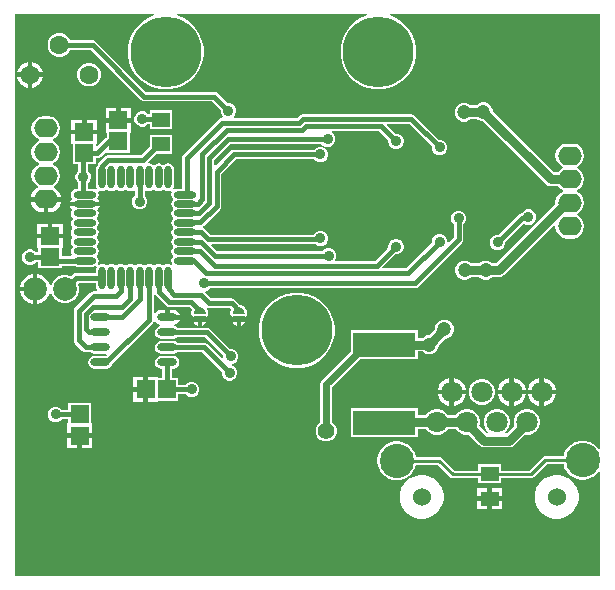
<source format=gbl>
G04*
G04 #@! TF.GenerationSoftware,Altium Limited,Altium Designer,21.4.1 (30)*
G04*
G04 Layer_Physical_Order=2*
G04 Layer_Color=16711680*
%FSLAX24Y24*%
%MOIN*%
G70*
G04*
G04 #@! TF.SameCoordinates,E320E570-2092-40B9-98FA-40774E7A4B3A*
G04*
G04*
G04 #@! TF.FilePolarity,Positive*
G04*
G01*
G75*
%ADD10C,0.0100*%
%ADD12C,0.0236*%
%ADD34C,0.0709*%
%ADD36C,0.0551*%
%ADD37C,0.0630*%
%ADD38R,0.0591X0.0613*%
%ADD41R,0.0594X0.0475*%
%ADD44R,0.0613X0.0591*%
%ADD51C,0.0295*%
%ADD52C,0.0157*%
%ADD53O,0.0787X0.0630*%
%ADD54C,0.0787*%
%ADD55C,0.2362*%
%ADD56C,0.0600*%
%ADD57C,0.1142*%
%ADD58C,0.0354*%
%ADD59C,0.0472*%
%ADD60C,0.0197*%
%ADD61R,0.2087X0.0787*%
%ADD62O,0.0650X0.0256*%
%ADD63O,0.0768X0.0236*%
%ADD64O,0.0236X0.0768*%
G36*
X23067Y11561D02*
X23018Y11548D01*
X23000Y11580D01*
X22879Y11701D01*
X22731Y11786D01*
X22566Y11831D01*
X22395D01*
X22230Y11786D01*
X22081Y11701D01*
X21960Y11580D01*
X21875Y11432D01*
X21843Y11312D01*
X21222D01*
X21172Y11302D01*
X21130Y11274D01*
X20696Y10841D01*
X19757D01*
Y11045D01*
X19005D01*
Y10841D01*
X18202D01*
X17789Y11254D01*
X17746Y11283D01*
X17696Y11293D01*
X16919D01*
X16887Y11412D01*
X16801Y11560D01*
X16680Y11681D01*
X16532Y11767D01*
X16367Y11811D01*
X16196D01*
X16031Y11767D01*
X15883Y11681D01*
X15762Y11560D01*
X15676Y11412D01*
X15632Y11247D01*
Y11076D01*
X15676Y10911D01*
X15762Y10763D01*
X15883Y10642D01*
X16031Y10556D01*
X16196Y10512D01*
X16367D01*
X16532Y10556D01*
X16680Y10642D01*
X16801Y10763D01*
X16887Y10911D01*
X16919Y11030D01*
X17642D01*
X18055Y10617D01*
X18098Y10588D01*
X18148Y10578D01*
X19005D01*
Y10412D01*
X19757D01*
Y10578D01*
X20751D01*
X20801Y10588D01*
X20843Y10617D01*
X21277Y11050D01*
X21843D01*
X21875Y10930D01*
X21960Y10782D01*
X22081Y10661D01*
X22230Y10576D01*
X22395Y10532D01*
X22566D01*
X22731Y10576D01*
X22879Y10661D01*
X23000Y10782D01*
X23018Y10814D01*
X23067Y10801D01*
Y7327D01*
X3547D01*
Y26059D01*
X8192D01*
X8202Y26009D01*
X7986Y25920D01*
X7780Y25782D01*
X7604Y25606D01*
X7466Y25400D01*
X7371Y25171D01*
X7323Y24927D01*
Y24679D01*
X7371Y24436D01*
X7466Y24206D01*
X7604Y24000D01*
X7780Y23825D01*
X7986Y23687D01*
X8215Y23592D01*
X8459Y23543D01*
X8707D01*
X8950Y23592D01*
X9179Y23687D01*
X9386Y23825D01*
X9561Y24000D01*
X9699Y24206D01*
X9794Y24436D01*
X9843Y24679D01*
Y24927D01*
X9794Y25171D01*
X9699Y25400D01*
X9561Y25606D01*
X9386Y25782D01*
X9179Y25920D01*
X8964Y26009D01*
X8974Y26059D01*
X15278D01*
X15288Y26009D01*
X15073Y25920D01*
X14866Y25782D01*
X14691Y25606D01*
X14553Y25400D01*
X14458Y25171D01*
X14409Y24927D01*
Y24679D01*
X14458Y24436D01*
X14553Y24206D01*
X14691Y24000D01*
X14866Y23825D01*
X15073Y23687D01*
X15302Y23592D01*
X15545Y23543D01*
X15793D01*
X16037Y23592D01*
X16266Y23687D01*
X16472Y23825D01*
X16648Y24000D01*
X16786Y24206D01*
X16881Y24436D01*
X16929Y24679D01*
Y24927D01*
X16881Y25171D01*
X16786Y25400D01*
X16648Y25606D01*
X16472Y25782D01*
X16266Y25920D01*
X16050Y26009D01*
X16060Y26059D01*
X23067D01*
Y11561D01*
D02*
G37*
%LPC*%
G36*
X4134Y24463D02*
Y24114D01*
X4482D01*
X4459Y24203D01*
X4402Y24301D01*
X4321Y24382D01*
X4222Y24439D01*
X4134Y24463D01*
D02*
G37*
G36*
X3976D02*
X3888Y24439D01*
X3789Y24382D01*
X3709Y24301D01*
X3652Y24203D01*
X3628Y24114D01*
X3976D01*
Y24463D01*
D02*
G37*
G36*
X6102Y24429D02*
X5945D01*
X5801Y24369D01*
X5690Y24258D01*
X5630Y24114D01*
Y23957D01*
X5690Y23812D01*
X5801Y23702D01*
X5945Y23642D01*
X6102D01*
X6247Y23702D01*
X6357Y23812D01*
X6417Y23957D01*
Y24114D01*
X6357Y24258D01*
X6247Y24369D01*
X6102Y24429D01*
D02*
G37*
G36*
X4482Y23957D02*
X4134D01*
Y23608D01*
X4222Y23632D01*
X4321Y23689D01*
X4402Y23770D01*
X4459Y23868D01*
X4482Y23957D01*
D02*
G37*
G36*
X3976D02*
X3628D01*
X3652Y23868D01*
X3709Y23770D01*
X3789Y23689D01*
X3888Y23632D01*
X3976Y23608D01*
Y23957D01*
D02*
G37*
G36*
X19236Y23110D02*
X19111D01*
X18995Y23062D01*
X18949Y23016D01*
X18728D01*
X18702Y23043D01*
X18586Y23091D01*
X18461D01*
X18345Y23043D01*
X18257Y22954D01*
X18209Y22838D01*
Y22713D01*
X18257Y22597D01*
X18345Y22509D01*
X18461Y22461D01*
X18586D01*
X18702Y22509D01*
X18748Y22555D01*
X18968D01*
X18995Y22528D01*
X19111Y22480D01*
X19162D01*
X21254Y20388D01*
X21329Y20338D01*
X21417Y20320D01*
X21649D01*
X21685Y20267D01*
X21809Y20184D01*
X21812Y20157D01*
X21809Y20131D01*
X21685Y20048D01*
X21598Y19917D01*
X21567Y19764D01*
X21573Y19734D01*
X19589Y17751D01*
X19467D01*
X19430Y17787D01*
X19315Y17835D01*
X19189D01*
X19074Y17787D01*
X19037Y17751D01*
X18758D01*
X18722Y17787D01*
X18606Y17835D01*
X18481D01*
X18365Y17787D01*
X18276Y17698D01*
X18228Y17582D01*
Y17457D01*
X18276Y17341D01*
X18365Y17253D01*
X18481Y17205D01*
X18606D01*
X18722Y17253D01*
X18758Y17289D01*
X19037D01*
X19074Y17253D01*
X19189Y17205D01*
X19315D01*
X19430Y17253D01*
X19467Y17289D01*
X19685D01*
X19773Y17306D01*
X19848Y17356D01*
X21531Y19039D01*
X21575Y19015D01*
X21567Y18976D01*
X21598Y18823D01*
X21685Y18693D01*
X21815Y18606D01*
X21969Y18575D01*
X22126D01*
X22280Y18606D01*
X22410Y18693D01*
X22497Y18823D01*
X22527Y18976D01*
X22497Y19130D01*
X22410Y19260D01*
X22286Y19343D01*
X22282Y19370D01*
X22286Y19397D01*
X22410Y19480D01*
X22497Y19610D01*
X22527Y19764D01*
X22497Y19917D01*
X22410Y20048D01*
X22286Y20131D01*
X22282Y20157D01*
X22286Y20184D01*
X22410Y20267D01*
X22497Y20398D01*
X22527Y20551D01*
X22497Y20705D01*
X22410Y20835D01*
X22286Y20918D01*
X22282Y20945D01*
X22286Y20972D01*
X22410Y21055D01*
X22497Y21185D01*
X22527Y21339D01*
X22497Y21492D01*
X22410Y21622D01*
X22280Y21709D01*
X22126Y21740D01*
X21969D01*
X21815Y21709D01*
X21685Y21622D01*
X21598Y21492D01*
X21567Y21339D01*
X21598Y21185D01*
X21685Y21055D01*
X21809Y20972D01*
X21812Y20945D01*
X21809Y20918D01*
X21685Y20835D01*
X21649Y20782D01*
X21513D01*
X19488Y22807D01*
Y22858D01*
X19440Y22974D01*
X19352Y23062D01*
X19236Y23110D01*
D02*
G37*
G36*
X8801Y22856D02*
X8050D01*
Y22720D01*
X7997D01*
X7940Y22776D01*
X7846Y22815D01*
X7744D01*
X7650Y22776D01*
X7578Y22704D01*
X7539Y22610D01*
Y22508D01*
X7578Y22414D01*
X7650Y22342D01*
X7744Y22303D01*
X7846D01*
X7940Y22342D01*
X7997Y22398D01*
X8050D01*
Y22223D01*
X8801D01*
Y22856D01*
D02*
G37*
G36*
X7432Y22933D02*
X7087D01*
Y22599D01*
X7432D01*
Y22933D01*
D02*
G37*
G36*
X6929D02*
X6583D01*
Y22599D01*
X6929D01*
Y22933D01*
D02*
G37*
G36*
X6291Y22540D02*
X5945D01*
Y22205D01*
X6291D01*
Y22540D01*
D02*
G37*
G36*
X5787D02*
X5442D01*
Y22205D01*
X5787D01*
Y22540D01*
D02*
G37*
G36*
X5118Y25413D02*
X4961D01*
X4816Y25353D01*
X4706Y25243D01*
X4646Y25098D01*
Y24941D01*
X4706Y24797D01*
X4816Y24686D01*
X4961Y24626D01*
X5118D01*
X5262Y24686D01*
X5373Y24797D01*
X5399Y24859D01*
X6095D01*
X7760Y23194D01*
X7760Y23194D01*
X7813Y23159D01*
X7874Y23147D01*
X10130D01*
X10413Y22863D01*
Y22784D01*
X10452Y22690D01*
X10491Y22651D01*
X10475Y22607D01*
X10470Y22601D01*
X10411Y22589D01*
X10359Y22554D01*
X9176Y21371D01*
X9141Y21319D01*
X9129Y21258D01*
X9129Y21258D01*
Y20240D01*
X8967D01*
X8890Y20225D01*
X8869Y20211D01*
X8833Y20247D01*
X8847Y20268D01*
X8862Y20344D01*
Y20876D01*
X8847Y20953D01*
X8803Y21018D01*
X8738Y21061D01*
X8661Y21077D01*
X8585Y21061D01*
X8540Y21031D01*
X8504Y21022D01*
X8468Y21031D01*
X8423Y21061D01*
X8346Y21077D01*
X8270Y21061D01*
X8225Y21031D01*
X8189Y21022D01*
X8153Y21031D01*
X8108Y21061D01*
X8031Y21077D01*
X8027Y21076D01*
X8003Y21122D01*
X8277Y21396D01*
X8801D01*
Y22029D01*
X8050D01*
Y21623D01*
X7768Y21342D01*
X6654D01*
X6592Y21329D01*
X6540Y21295D01*
X6540Y21295D01*
X6358Y21113D01*
X6323Y21061D01*
X6315Y21018D01*
X6315Y21018D01*
X6271Y20953D01*
X6256Y20876D01*
Y20344D01*
X6271Y20268D01*
X6285Y20247D01*
X6249Y20211D01*
X6228Y20225D01*
X6152Y20240D01*
X5987D01*
Y20429D01*
X6044Y20485D01*
X6083Y20579D01*
Y20681D01*
X6044Y20775D01*
X5987Y20831D01*
Y21043D01*
X6251D01*
Y21257D01*
X6299D01*
X6299Y21257D01*
X6361Y21269D01*
X6413Y21304D01*
X6577Y21468D01*
X6623Y21449D01*
Y21437D01*
X7393D01*
Y22107D01*
X7432D01*
Y22441D01*
X7008D01*
X6583D01*
Y22107D01*
X6623D01*
Y21954D01*
X6579Y21925D01*
X6579Y21925D01*
X6297Y21643D01*
X6251Y21662D01*
Y21713D01*
X6291D01*
Y22048D01*
X5866D01*
X5442D01*
Y21713D01*
X5481D01*
Y21043D01*
X5666D01*
Y20831D01*
X5610Y20775D01*
X5571Y20681D01*
Y20579D01*
X5610Y20485D01*
X5666Y20429D01*
Y20240D01*
X5620D01*
X5543Y20225D01*
X5478Y20181D01*
X5435Y20116D01*
X5419Y20039D01*
X5435Y19963D01*
X5471Y19909D01*
X5450Y19895D01*
X5398Y19817D01*
X5395Y19803D01*
X5886D01*
X6377D01*
X6374Y19817D01*
X6322Y19895D01*
X6301Y19909D01*
X6337Y19963D01*
X6352Y20039D01*
X6337Y20116D01*
X6323Y20137D01*
X6359Y20173D01*
X6380Y20159D01*
X6457Y20144D01*
X6533Y20159D01*
X6579Y20189D01*
X6614Y20198D01*
X6650Y20189D01*
X6695Y20159D01*
X6772Y20144D01*
X6848Y20159D01*
X6894Y20189D01*
X6929Y20198D01*
X6965Y20189D01*
X7010Y20159D01*
X7087Y20144D01*
X7163Y20159D01*
X7208Y20189D01*
X7244Y20198D01*
X7280Y20189D01*
X7325Y20159D01*
X7402Y20144D01*
X7478Y20159D01*
X7506Y20177D01*
X7556Y20151D01*
Y20004D01*
X7500Y19948D01*
X7461Y19854D01*
Y19752D01*
X7500Y19658D01*
X7572Y19586D01*
X7666Y19547D01*
X7767D01*
X7861Y19586D01*
X7933Y19658D01*
X7972Y19752D01*
Y19854D01*
X7933Y19948D01*
X7877Y20004D01*
Y20151D01*
X7927Y20177D01*
X7955Y20159D01*
X8031Y20144D01*
X8108Y20159D01*
X8153Y20189D01*
X8189Y20198D01*
X8225Y20189D01*
X8270Y20159D01*
X8346Y20144D01*
X8423Y20159D01*
X8468Y20189D01*
X8504Y20198D01*
X8540Y20189D01*
X8585Y20159D01*
X8661Y20144D01*
X8738Y20159D01*
X8759Y20173D01*
X8795Y20137D01*
X8781Y20116D01*
X8766Y20039D01*
X8781Y19963D01*
X8811Y19918D01*
X8821Y19882D01*
X8811Y19846D01*
X8781Y19801D01*
X8766Y19724D01*
X8781Y19648D01*
X8811Y19603D01*
X8821Y19567D01*
X8811Y19531D01*
X8781Y19486D01*
X8766Y19409D01*
X8781Y19333D01*
X8811Y19288D01*
X8821Y19252D01*
X8811Y19216D01*
X8781Y19171D01*
X8766Y19094D01*
X8781Y19018D01*
X8811Y18973D01*
X8821Y18937D01*
X8811Y18901D01*
X8781Y18856D01*
X8766Y18780D01*
X8781Y18703D01*
X8811Y18658D01*
X8821Y18622D01*
X8811Y18586D01*
X8781Y18541D01*
X8766Y18465D01*
X8781Y18388D01*
X8811Y18343D01*
X8821Y18307D01*
X8811Y18271D01*
X8781Y18226D01*
X8766Y18150D01*
X8781Y18073D01*
X8811Y18028D01*
X8821Y17992D01*
X8811Y17957D01*
X8781Y17911D01*
X8766Y17835D01*
X8781Y17758D01*
X8795Y17737D01*
X8759Y17701D01*
X8738Y17715D01*
X8661Y17730D01*
X8585Y17715D01*
X8540Y17685D01*
X8504Y17676D01*
X8468Y17685D01*
X8423Y17715D01*
X8346Y17730D01*
X8270Y17715D01*
X8225Y17685D01*
X8189Y17676D01*
X8153Y17685D01*
X8108Y17715D01*
X8031Y17730D01*
X7955Y17715D01*
X7910Y17685D01*
X7874Y17676D01*
X7838Y17685D01*
X7793Y17715D01*
X7717Y17730D01*
X7640Y17715D01*
X7595Y17685D01*
X7559Y17676D01*
X7523Y17685D01*
X7478Y17715D01*
X7402Y17730D01*
X7325Y17715D01*
X7280Y17685D01*
X7244Y17676D01*
X7208Y17685D01*
X7163Y17715D01*
X7087Y17730D01*
X7010Y17715D01*
X6965Y17685D01*
X6929Y17676D01*
X6894Y17685D01*
X6848Y17715D01*
X6772Y17730D01*
X6695Y17715D01*
X6650Y17685D01*
X6614Y17676D01*
X6579Y17685D01*
X6533Y17715D01*
X6457Y17730D01*
X6380Y17715D01*
X6359Y17701D01*
X6323Y17737D01*
X6337Y17758D01*
X6352Y17835D01*
X6337Y17911D01*
X6307Y17957D01*
X6298Y17992D01*
X6307Y18028D01*
X6337Y18073D01*
X6352Y18150D01*
X6337Y18226D01*
X6294Y18292D01*
Y18323D01*
X6337Y18388D01*
X6352Y18465D01*
X6337Y18541D01*
X6307Y18586D01*
X6298Y18622D01*
X6307Y18658D01*
X6337Y18703D01*
X6352Y18780D01*
X6337Y18856D01*
X6307Y18901D01*
X6298Y18937D01*
X6307Y18973D01*
X6337Y19018D01*
X6352Y19094D01*
X6337Y19171D01*
X6294Y19236D01*
Y19268D01*
X6337Y19333D01*
X6352Y19409D01*
X6337Y19486D01*
X6301Y19540D01*
X6322Y19554D01*
X6374Y19632D01*
X6377Y19646D01*
X5886D01*
X5395D01*
X5398Y19632D01*
X5450Y19554D01*
X5471Y19540D01*
X5435Y19486D01*
X5419Y19409D01*
X5435Y19333D01*
X5478Y19268D01*
Y19236D01*
X5435Y19171D01*
X5419Y19094D01*
X5435Y19018D01*
X5465Y18973D01*
X5474Y18937D01*
X5465Y18901D01*
X5435Y18856D01*
X5419Y18780D01*
X5435Y18703D01*
X5465Y18658D01*
X5474Y18622D01*
X5465Y18586D01*
X5435Y18541D01*
X5419Y18465D01*
X5435Y18388D01*
X5478Y18323D01*
Y18292D01*
X5435Y18226D01*
X5419Y18150D01*
X5435Y18073D01*
X5453Y18045D01*
X5426Y17995D01*
X5109D01*
Y18248D01*
X5149D01*
Y18583D01*
X4724D01*
X4300D01*
Y18248D01*
X4339D01*
Y18113D01*
X4256D01*
X4200Y18170D01*
X4106Y18209D01*
X4004D01*
X3910Y18170D01*
X3838Y18098D01*
X3799Y18004D01*
Y17902D01*
X3838Y17808D01*
X3910Y17736D01*
X4004Y17697D01*
X4106D01*
X4200Y17736D01*
X4256Y17792D01*
X4339D01*
Y17578D01*
X5109D01*
Y17674D01*
X5506D01*
X5543Y17649D01*
X5620Y17634D01*
X6152D01*
X6228Y17649D01*
X6249Y17663D01*
X6285Y17627D01*
X6271Y17606D01*
X6256Y17530D01*
Y17424D01*
X5598D01*
X5598Y17424D01*
X5537Y17412D01*
X5485Y17377D01*
X5426Y17319D01*
X5407Y17330D01*
X5287Y17362D01*
X5162D01*
X5042Y17330D01*
X4934Y17268D01*
X4846Y17180D01*
X4784Y17072D01*
X4771Y17022D01*
X4719D01*
X4701Y17087D01*
X4634Y17204D01*
X4539Y17299D01*
X4422Y17367D01*
X4303Y17399D01*
Y16890D01*
Y16381D01*
X4422Y16413D01*
X4539Y16480D01*
X4634Y16576D01*
X4701Y16692D01*
X4719Y16758D01*
X4771D01*
X4784Y16707D01*
X4846Y16600D01*
X4934Y16512D01*
X5042Y16450D01*
X5162Y16417D01*
X5287D01*
X5407Y16450D01*
X5514Y16512D01*
X5602Y16600D01*
X5665Y16707D01*
X5697Y16828D01*
Y16952D01*
X5670Y17053D01*
X5694Y17095D01*
X5704Y17103D01*
X6256D01*
Y16998D01*
X6271Y16921D01*
X6308Y16866D01*
X6292Y16816D01*
X6181D01*
X6120Y16803D01*
X6068Y16769D01*
X6068Y16769D01*
X5575Y16276D01*
X5541Y16224D01*
X5528Y16163D01*
X5528Y16163D01*
Y15177D01*
X5528Y15177D01*
X5541Y15116D01*
X5575Y15064D01*
X5806Y14833D01*
X5806Y14833D01*
X5858Y14799D01*
X5919Y14786D01*
X6079D01*
X6130Y14752D01*
X6211Y14736D01*
X6596D01*
X6625Y14695D01*
X6588Y14658D01*
X6211D01*
X6130Y14642D01*
X6062Y14596D01*
X6016Y14527D01*
X6000Y14447D01*
X6016Y14366D01*
X6062Y14298D01*
X6130Y14252D01*
X6211Y14236D01*
X6604D01*
X6685Y14252D01*
X6753Y14298D01*
X6799Y14366D01*
X6811Y14426D01*
X8145Y15760D01*
X8145Y15760D01*
X8174Y15804D01*
X8210Y15811D01*
X8230Y15810D01*
X8258Y15769D01*
X8339Y15715D01*
X8403Y15702D01*
Y15651D01*
X8354Y15642D01*
X8286Y15596D01*
X8240Y15527D01*
X8224Y15447D01*
X8240Y15366D01*
X8286Y15298D01*
X8354Y15252D01*
X8435Y15236D01*
X8829D01*
X8909Y15252D01*
X8960Y15286D01*
X9880D01*
X10492Y14675D01*
Y14609D01*
X10450Y14585D01*
X10446Y14584D01*
X9970Y15060D01*
X9918Y15095D01*
X9856Y15107D01*
X9856Y15107D01*
X8960D01*
X8909Y15142D01*
X8829Y15158D01*
X8435D01*
X8354Y15142D01*
X8286Y15096D01*
X8240Y15028D01*
X8224Y14947D01*
X8240Y14866D01*
X8286Y14798D01*
X8354Y14752D01*
X8435Y14736D01*
X8829D01*
X8909Y14752D01*
X8960Y14786D01*
X9790D01*
X10453Y14123D01*
Y14044D01*
X10492Y13950D01*
X10564Y13878D01*
X10658Y13839D01*
X10760D01*
X10854Y13878D01*
X10926Y13950D01*
X10965Y14044D01*
Y14145D01*
X10926Y14239D01*
X10854Y14311D01*
X10785Y14340D01*
X10795Y14390D01*
X10799D01*
X10893Y14429D01*
X10965Y14501D01*
X11004Y14595D01*
Y14697D01*
X10965Y14791D01*
X10893Y14863D01*
X10799Y14902D01*
X10719D01*
X10060Y15560D01*
X10008Y15595D01*
X9947Y15607D01*
X9947Y15607D01*
X8960D01*
X8909Y15642D01*
X8860Y15651D01*
Y15702D01*
X8925Y15715D01*
X9006Y15769D01*
X9061Y15851D01*
X9064Y15868D01*
X8632D01*
Y15947D01*
X8553D01*
Y16198D01*
X8435D01*
X8339Y16179D01*
X8258Y16124D01*
X8242Y16101D01*
X8192Y16116D01*
Y16676D01*
X8242Y16691D01*
X8248Y16682D01*
X8587Y16343D01*
X8587Y16343D01*
X8639Y16308D01*
X8701Y16296D01*
X8701Y16296D01*
X9372D01*
X9460Y16209D01*
X9459Y16204D01*
X9456Y16200D01*
X9447Y16178D01*
X9447Y16173D01*
X9444Y16168D01*
X9438Y16145D01*
X9439Y16140D01*
X9436Y16136D01*
X9433Y16112D01*
X9434Y16107D01*
X9432Y16102D01*
X9431Y16078D01*
X9433Y16073D01*
X9432Y16068D01*
X9433Y16056D01*
X9446Y16031D01*
X9457Y16005D01*
X9462Y16003D01*
X9464Y15999D01*
X9484Y15993D01*
X9517Y15964D01*
X9517Y15972D01*
X9518Y15982D01*
X9518D01*
X9518Y15982D01*
Y15982D01*
X9911D01*
X9912Y15972D01*
X9912Y15955D01*
X9936D01*
X9962Y15998D01*
X9965Y15999D01*
X9967Y16003D01*
X9972Y16005D01*
X9983Y16031D01*
X9996Y16056D01*
X9997Y16068D01*
X9996Y16073D01*
X9998Y16078D01*
X9997Y16102D01*
X9995Y16107D01*
X9997Y16112D01*
X9993Y16136D01*
X9991Y16140D01*
X9991Y16145D01*
X9985Y16168D01*
X9982Y16173D01*
X9982Y16178D01*
X9973Y16200D01*
X9970Y16204D01*
X9969Y16209D01*
X9961Y16225D01*
X9973Y16247D01*
X9985Y16260D01*
X9994Y16266D01*
X10039Y16257D01*
X10711D01*
X10759Y16209D01*
X10759Y16204D01*
X10755Y16200D01*
X10746Y16178D01*
X10746Y16173D01*
X10743Y16168D01*
X10737Y16145D01*
X10738Y16140D01*
X10735Y16136D01*
X10732Y16112D01*
X10733Y16107D01*
X10731Y16102D01*
X10731Y16078D01*
X10732Y16073D01*
X10731Y16068D01*
X10732Y16056D01*
X10746Y16031D01*
X10757Y16005D01*
X10761Y16003D01*
X10763Y15999D01*
X10784Y15993D01*
X10816Y15964D01*
X10816Y15972D01*
X10817Y15982D01*
X10817D01*
X10817Y15982D01*
Y15982D01*
X11211D01*
X11212Y15972D01*
X11212Y15955D01*
X11235D01*
X11262Y15998D01*
X11265Y15999D01*
X11267Y16003D01*
X11271Y16005D01*
X11282Y16031D01*
X11295Y16056D01*
X11297Y16068D01*
X11295Y16073D01*
X11297Y16078D01*
X11297Y16102D01*
X11294Y16107D01*
X11296Y16112D01*
X11293Y16136D01*
X11290Y16140D01*
X11291Y16145D01*
X11285Y16168D01*
X11281Y16173D01*
X11281Y16178D01*
X11273Y16200D01*
X11269Y16204D01*
X11268Y16209D01*
X11257Y16230D01*
X11253Y16233D01*
X11252Y16239D01*
X11238Y16258D01*
X11234Y16261D01*
X11232Y16266D01*
X11216Y16283D01*
X11211Y16286D01*
X11209Y16291D01*
X11191Y16306D01*
X11186Y16308D01*
X11183Y16312D01*
X11163Y16326D01*
X11158Y16327D01*
X11154Y16331D01*
X11133Y16342D01*
X11128Y16342D01*
X11124Y16346D01*
X11102Y16354D01*
X11097Y16354D01*
X11092Y16357D01*
X11069Y16363D01*
X11064Y16362D01*
X11059Y16365D01*
X11057Y16365D01*
X10891Y16531D01*
X10839Y16566D01*
X10778Y16578D01*
X10778Y16578D01*
X10106D01*
X9903Y16781D01*
X9920Y16831D01*
X10014Y16870D01*
X10071Y16926D01*
X16890D01*
X16890Y16926D01*
X16951Y16938D01*
X17003Y16973D01*
X18460Y18430D01*
X18460Y18430D01*
X18495Y18482D01*
X18507Y18543D01*
X18507Y18543D01*
Y19051D01*
X18563Y19107D01*
X18602Y19201D01*
Y19303D01*
X18563Y19397D01*
X18491Y19469D01*
X18397Y19508D01*
X18296D01*
X18202Y19469D01*
X18130Y19397D01*
X18091Y19303D01*
Y19201D01*
X18130Y19107D01*
X18186Y19051D01*
Y18610D01*
X18022Y18446D01*
X17972Y18467D01*
Y18515D01*
X17933Y18610D01*
X17861Y18682D01*
X17767Y18720D01*
X17666D01*
X17572Y18682D01*
X17500Y18610D01*
X17461Y18515D01*
Y18436D01*
X16607Y17582D01*
X15827D01*
X15808Y17628D01*
X16231Y18051D01*
X16311D01*
X16405Y18090D01*
X16477Y18162D01*
X16516Y18256D01*
Y18266D01*
X16514Y18268D01*
X16516Y18273D01*
Y18341D01*
X16503Y18390D01*
X16490Y18421D01*
X16465Y18464D01*
X16417Y18512D01*
X16373Y18537D01*
X16342Y18550D01*
X16294Y18563D01*
X16226D01*
X16177Y18550D01*
X16146Y18537D01*
X16103Y18512D01*
X16055Y18464D01*
X16030Y18421D01*
X16017Y18390D01*
X16004Y18341D01*
Y18278D01*
X15954Y18228D01*
X15544Y17818D01*
X14269D01*
X14241Y17868D01*
X14272Y17941D01*
Y18043D01*
X14233Y18137D01*
X14161Y18209D01*
X14067Y18248D01*
X13965D01*
X13871Y18209D01*
X13814Y18153D01*
X10282D01*
X10099Y18337D01*
X10118Y18383D01*
X13562D01*
X13562Y18383D01*
X13570Y18384D01*
X13576D01*
X13595Y18366D01*
X13689Y18327D01*
X13791D01*
X13885Y18366D01*
X13957Y18438D01*
X13996Y18532D01*
Y18634D01*
X13957Y18728D01*
X13885Y18800D01*
X13791Y18839D01*
X13689D01*
X13595Y18800D01*
X13523Y18728D01*
X13513Y18704D01*
X10065D01*
X9876Y18893D01*
X9829Y18924D01*
X9822Y18957D01*
X9820Y18972D01*
X9822Y18979D01*
X9846Y18996D01*
X10389Y19539D01*
X10389Y19539D01*
X10424Y19591D01*
X10436Y19652D01*
Y20733D01*
X10920Y21217D01*
X13539D01*
X13595Y21161D01*
X13689Y21122D01*
X13791D01*
X13885Y21161D01*
X13957Y21233D01*
X13996Y21327D01*
Y21429D01*
X13957Y21523D01*
X13885Y21595D01*
X13791Y21634D01*
X13689D01*
X13595Y21595D01*
X13539Y21539D01*
X10854D01*
X10854Y21539D01*
X10792Y21526D01*
X10740Y21491D01*
X10740Y21491D01*
X10246Y20997D01*
X10200Y21016D01*
Y21193D01*
X10738Y21731D01*
X13775D01*
X13831Y21675D01*
X13925Y21636D01*
X14027D01*
X14121Y21675D01*
X14193Y21747D01*
X14232Y21841D01*
Y21943D01*
X14193Y22037D01*
X14121Y22109D01*
X14113Y22112D01*
X14123Y22162D01*
X15682D01*
X16004Y21840D01*
Y21811D01*
Y21777D01*
X16017Y21729D01*
X16030Y21698D01*
X16055Y21654D01*
X16103Y21606D01*
X16146Y21581D01*
X16177Y21568D01*
X16226Y21555D01*
X16294D01*
X16342Y21568D01*
X16373Y21581D01*
X16417Y21606D01*
X16465Y21654D01*
X16490Y21698D01*
X16503Y21729D01*
X16516Y21777D01*
Y21862D01*
X16477Y21956D01*
X16405Y22028D01*
X16311Y22067D01*
X16231D01*
X15946Y22352D01*
X15965Y22398D01*
X16705D01*
X17461Y21643D01*
Y21563D01*
X17500Y21469D01*
X17572Y21397D01*
X17666Y21358D01*
X17767D01*
X17861Y21397D01*
X17933Y21469D01*
X17972Y21563D01*
Y21665D01*
X17933Y21759D01*
X17861Y21831D01*
X17767Y21870D01*
X17688D01*
X16885Y22673D01*
X16833Y22707D01*
X16772Y22720D01*
X16772Y22720D01*
X13150D01*
X13150Y22720D01*
X13089Y22707D01*
X13037Y22673D01*
X13037Y22673D01*
X12966Y22601D01*
X10869D01*
X10848Y22651D01*
X10886Y22690D01*
X10925Y22784D01*
Y22886D01*
X10886Y22980D01*
X10814Y23052D01*
X10720Y23091D01*
X10640D01*
X10310Y23421D01*
X10258Y23455D01*
X10197Y23468D01*
X10197Y23468D01*
X7941D01*
X6275Y25133D01*
X6223Y25168D01*
X6161Y25180D01*
X6161Y25180D01*
X5399D01*
X5373Y25243D01*
X5262Y25353D01*
X5118Y25413D01*
D02*
G37*
G36*
X4666Y22646D02*
X4509D01*
X4355Y22615D01*
X4225Y22528D01*
X4138Y22398D01*
X4107Y22244D01*
X4138Y22090D01*
X4225Y21960D01*
X4349Y21877D01*
X4352Y21850D01*
X4349Y21823D01*
X4225Y21741D01*
X4138Y21610D01*
X4107Y21457D01*
X4138Y21303D01*
X4225Y21173D01*
X4349Y21090D01*
X4352Y21063D01*
X4349Y21036D01*
X4225Y20953D01*
X4138Y20823D01*
X4107Y20669D01*
X4138Y20516D01*
X4225Y20385D01*
X4316Y20325D01*
X4310Y20268D01*
X4290Y20260D01*
X4200Y20191D01*
X4130Y20100D01*
X4087Y19995D01*
X4082Y19961D01*
X4587D01*
X5093D01*
X5088Y19995D01*
X5044Y20100D01*
X4975Y20191D01*
X4885Y20260D01*
X4865Y20268D01*
X4859Y20325D01*
X4950Y20385D01*
X5037Y20516D01*
X5068Y20669D01*
X5037Y20823D01*
X4950Y20953D01*
X4826Y21036D01*
X4823Y21063D01*
X4826Y21090D01*
X4950Y21173D01*
X5037Y21303D01*
X5068Y21457D01*
X5037Y21610D01*
X4950Y21741D01*
X4826Y21823D01*
X4823Y21850D01*
X4826Y21877D01*
X4950Y21960D01*
X5037Y22090D01*
X5068Y22244D01*
X5037Y22398D01*
X4950Y22528D01*
X4820Y22615D01*
X4666Y22646D01*
D02*
G37*
G36*
X5093Y19803D02*
X4666D01*
Y19445D01*
X4779Y19460D01*
X4885Y19504D01*
X4975Y19573D01*
X5044Y19663D01*
X5088Y19769D01*
X5093Y19803D01*
D02*
G37*
G36*
X4509D02*
X4082D01*
X4087Y19769D01*
X4130Y19663D01*
X4200Y19573D01*
X4290Y19504D01*
X4396Y19460D01*
X4509Y19445D01*
X4509D01*
Y19803D01*
D02*
G37*
G36*
X20720Y19547D02*
X20618D01*
X20524Y19508D01*
X20452Y19436D01*
X20442Y19412D01*
X20393Y19402D01*
X20341Y19367D01*
X20341Y19367D01*
X19675Y18701D01*
X19595D01*
X19501Y18662D01*
X19429Y18590D01*
X19390Y18496D01*
Y18394D01*
X19429Y18300D01*
X19501Y18228D01*
X19595Y18189D01*
X19697D01*
X19791Y18228D01*
X19863Y18300D01*
X19902Y18394D01*
Y18474D01*
X20513Y19085D01*
X20524Y19074D01*
X20618Y19035D01*
X20720D01*
X20814Y19074D01*
X20886Y19146D01*
X20925Y19240D01*
Y19342D01*
X20886Y19436D01*
X20814Y19508D01*
X20720Y19547D01*
D02*
G37*
G36*
X5149Y19075D02*
X4803D01*
Y18740D01*
X5149D01*
Y19075D01*
D02*
G37*
G36*
X4646D02*
X4300D01*
Y18740D01*
X4646D01*
Y19075D01*
D02*
G37*
G36*
X4146Y17399D02*
X4027Y17367D01*
X3910Y17299D01*
X3815Y17204D01*
X3747Y17087D01*
X3716Y16968D01*
X4146D01*
Y17399D01*
D02*
G37*
G36*
Y16811D02*
X3716D01*
X3747Y16692D01*
X3815Y16576D01*
X3910Y16480D01*
X4027Y16413D01*
X4146Y16381D01*
Y16811D01*
D02*
G37*
G36*
X8829Y16198D02*
X8711D01*
Y16026D01*
X9064D01*
X9061Y16043D01*
X9006Y16124D01*
X8925Y16179D01*
X8829Y16198D01*
D02*
G37*
G36*
X11225Y15797D02*
X11122D01*
X11121Y15797D01*
X11103Y15786D01*
X11102Y15786D01*
Y15674D01*
X11146Y15692D01*
X11207Y15753D01*
X11225Y15797D01*
D02*
G37*
G36*
X9926D02*
X9823D01*
X9822Y15797D01*
X9804Y15786D01*
X9803Y15786D01*
Y15674D01*
X9847Y15692D01*
X9908Y15753D01*
X9926Y15797D01*
D02*
G37*
G36*
X10906D02*
X10822D01*
X10840Y15753D01*
X10901Y15692D01*
X10945Y15674D01*
Y15778D01*
X10943Y15778D01*
X10924Y15786D01*
X10906Y15797D01*
X10906Y15797D01*
D02*
G37*
G36*
X9606D02*
X9523D01*
X9541Y15753D01*
X9602Y15692D01*
X9646Y15674D01*
Y15778D01*
X9644Y15778D01*
X9625Y15786D01*
X9607Y15797D01*
X9606Y15797D01*
D02*
G37*
G36*
X17937Y15866D02*
X17811D01*
X17696Y15818D01*
X17607Y15730D01*
X17559Y15614D01*
Y15563D01*
X17351Y15354D01*
X17300D01*
X17184Y15306D01*
X17148Y15270D01*
X16988D01*
Y15512D01*
X14744D01*
Y14811D01*
X13795Y13862D01*
X13752Y13797D01*
X13736Y13720D01*
Y12466D01*
X13736Y12466D01*
X13637Y12366D01*
X13583Y12236D01*
Y12095D01*
X13637Y11965D01*
X13736Y11865D01*
X13867Y11811D01*
X14007D01*
X14138Y11865D01*
X14237Y11965D01*
X14291Y12095D01*
Y12236D01*
X14237Y12366D01*
X14138Y12466D01*
X14138Y12466D01*
Y13637D01*
X15067Y14567D01*
X16988D01*
Y14809D01*
X17148D01*
X17184Y14772D01*
X17300Y14724D01*
X17425D01*
X17541Y14772D01*
X17629Y14861D01*
X17677Y14977D01*
Y15028D01*
X17885Y15236D01*
X17937D01*
X18052Y15284D01*
X18141Y15373D01*
X18189Y15489D01*
Y15614D01*
X18141Y15730D01*
X18052Y15818D01*
X17937Y15866D01*
D02*
G37*
G36*
X13077Y16772D02*
X12829D01*
X12585Y16723D01*
X12356Y16628D01*
X12150Y16490D01*
X11974Y16315D01*
X11836Y16109D01*
X11741Y15879D01*
X11693Y15636D01*
Y15388D01*
X11741Y15144D01*
X11836Y14915D01*
X11974Y14709D01*
X12150Y14533D01*
X12356Y14395D01*
X12585Y14300D01*
X12829Y14252D01*
X13077D01*
X13320Y14300D01*
X13550Y14395D01*
X13756Y14533D01*
X13931Y14709D01*
X14069Y14915D01*
X14164Y15144D01*
X14213Y15388D01*
Y15636D01*
X14164Y15879D01*
X14069Y16109D01*
X13931Y16315D01*
X13756Y16490D01*
X13550Y16628D01*
X13320Y16723D01*
X13077Y16772D01*
D02*
G37*
G36*
X8829Y14658D02*
X8435D01*
X8354Y14642D01*
X8286Y14596D01*
X8240Y14527D01*
X8224Y14447D01*
X8240Y14366D01*
X8286Y14298D01*
X8354Y14252D01*
X8435Y14236D01*
X8471D01*
Y13928D01*
X8326D01*
Y13968D01*
X7992D01*
Y13543D01*
Y13119D01*
X8326D01*
Y13158D01*
X8996D01*
Y13383D01*
X9247D01*
X9304Y13326D01*
X9398Y13287D01*
X9500D01*
X9594Y13326D01*
X9666Y13398D01*
X9705Y13492D01*
Y13594D01*
X9666Y13688D01*
X9594Y13760D01*
X9500Y13799D01*
X9398D01*
X9304Y13760D01*
X9247Y13704D01*
X8996D01*
Y13928D01*
X8792D01*
Y14236D01*
X8829D01*
X8909Y14252D01*
X8978Y14298D01*
X9023Y14366D01*
X9039Y14447D01*
X9023Y14527D01*
X8978Y14596D01*
X8909Y14642D01*
X8829Y14658D01*
D02*
G37*
G36*
X7834Y13968D02*
X7500D01*
Y13622D01*
X7834D01*
Y13968D01*
D02*
G37*
G36*
X18199Y13929D02*
Y13539D01*
X18588D01*
X18560Y13643D01*
X18498Y13751D01*
X18410Y13839D01*
X18302Y13901D01*
X18199Y13929D01*
D02*
G37*
G36*
X21199Y13929D02*
Y13539D01*
X21588D01*
X21560Y13643D01*
X21498Y13751D01*
X21410Y13839D01*
X21302Y13901D01*
X21199Y13929D01*
D02*
G37*
G36*
X21041D02*
X20938Y13901D01*
X20830Y13839D01*
X20742Y13751D01*
X20680Y13643D01*
X20652Y13539D01*
X21041D01*
Y13929D01*
D02*
G37*
G36*
X20199D02*
Y13539D01*
X20588D01*
X20560Y13643D01*
X20498Y13751D01*
X20410Y13839D01*
X20302Y13901D01*
X20199Y13929D01*
D02*
G37*
G36*
X20041D02*
X19938Y13901D01*
X19830Y13839D01*
X19742Y13751D01*
X19680Y13643D01*
X19652Y13539D01*
X20041D01*
Y13929D01*
D02*
G37*
G36*
X18041D02*
X17938Y13901D01*
X17830Y13839D01*
X17742Y13751D01*
X17680Y13643D01*
X17652Y13539D01*
X18041D01*
Y13929D01*
D02*
G37*
G36*
X7834Y13465D02*
X7500D01*
Y13119D01*
X7834D01*
Y13465D01*
D02*
G37*
G36*
X19177Y13894D02*
X19063D01*
X18953Y13864D01*
X18854Y13807D01*
X18774Y13727D01*
X18717Y13628D01*
X18687Y13518D01*
Y13404D01*
X18717Y13293D01*
X18774Y13195D01*
X18854Y13114D01*
X18953Y13057D01*
X19063Y13028D01*
X19177D01*
X19287Y13057D01*
X19386Y13114D01*
X19467Y13195D01*
X19524Y13293D01*
X19553Y13404D01*
Y13518D01*
X19524Y13628D01*
X19467Y13727D01*
X19386Y13807D01*
X19287Y13864D01*
X19177Y13894D01*
D02*
G37*
G36*
X18588Y13382D02*
X18199D01*
Y12993D01*
X18302Y13020D01*
X18410Y13083D01*
X18498Y13171D01*
X18560Y13278D01*
X18588Y13382D01*
D02*
G37*
G36*
X21588D02*
X21199D01*
Y12993D01*
X21302Y13020D01*
X21410Y13083D01*
X21498Y13171D01*
X21560Y13278D01*
X21588Y13382D01*
D02*
G37*
G36*
X21041D02*
X20652D01*
X20680Y13278D01*
X20742Y13171D01*
X20830Y13083D01*
X20938Y13020D01*
X21041Y12993D01*
Y13382D01*
D02*
G37*
G36*
X20588D02*
X20199D01*
Y12993D01*
X20302Y13020D01*
X20410Y13083D01*
X20498Y13171D01*
X20560Y13278D01*
X20588Y13382D01*
D02*
G37*
G36*
X20041D02*
X19652D01*
X19680Y13278D01*
X19742Y13171D01*
X19830Y13083D01*
X19938Y13020D01*
X20041Y12993D01*
Y13382D01*
D02*
G37*
G36*
X18041D02*
X17652D01*
X17680Y13278D01*
X17742Y13171D01*
X17830Y13083D01*
X17938Y13020D01*
X18041Y12993D01*
Y13382D01*
D02*
G37*
G36*
X6094Y13091D02*
X5324D01*
Y12873D01*
X5119D01*
X5062Y12930D01*
X4968Y12968D01*
X4866D01*
X4772Y12930D01*
X4700Y12858D01*
X4661Y12764D01*
Y12662D01*
X4700Y12568D01*
X4772Y12496D01*
X4866Y12457D01*
X4968D01*
X5062Y12496D01*
X5119Y12552D01*
X5324D01*
Y12421D01*
X5284D01*
Y12086D01*
X5709D01*
X6133D01*
Y12421D01*
X6094D01*
Y13091D01*
D02*
G37*
G36*
X16988Y12913D02*
X14744D01*
Y11968D01*
X16988D01*
Y12220D01*
X17259D01*
X17274Y12195D01*
X17354Y12114D01*
X17453Y12057D01*
X17563Y12028D01*
X17677D01*
X17787Y12057D01*
X17886Y12114D01*
X17967Y12195D01*
X17987Y12230D01*
X18253D01*
X18274Y12195D01*
X18354Y12114D01*
X18453Y12057D01*
X18563Y12028D01*
X18677D01*
X18685Y12030D01*
X19038Y11677D01*
X19112Y11627D01*
X19201Y11610D01*
X20039D01*
X20128Y11627D01*
X20203Y11677D01*
X20555Y12030D01*
X20563Y12028D01*
X20677D01*
X20787Y12057D01*
X20886Y12114D01*
X20967Y12195D01*
X21024Y12293D01*
X21053Y12404D01*
Y12518D01*
X21024Y12628D01*
X20967Y12727D01*
X20886Y12807D01*
X20787Y12864D01*
X20677Y12894D01*
X20563D01*
X20453Y12864D01*
X20354Y12807D01*
X20274Y12727D01*
X20217Y12628D01*
X20187Y12518D01*
Y12404D01*
X20206Y12333D01*
X19952Y12080D01*
X19923Y12084D01*
X19908Y12137D01*
X19967Y12195D01*
X20024Y12293D01*
X20053Y12404D01*
Y12518D01*
X20024Y12628D01*
X19967Y12727D01*
X19886Y12807D01*
X19787Y12864D01*
X19677Y12894D01*
X19563D01*
X19453Y12864D01*
X19354Y12807D01*
X19274Y12727D01*
X19217Y12628D01*
X19187Y12518D01*
Y12404D01*
X19217Y12293D01*
X19274Y12195D01*
X19332Y12137D01*
X19317Y12084D01*
X19288Y12080D01*
X19034Y12333D01*
X19053Y12404D01*
Y12518D01*
X19024Y12628D01*
X18967Y12727D01*
X18886Y12807D01*
X18787Y12864D01*
X18677Y12894D01*
X18563D01*
X18453Y12864D01*
X18354Y12807D01*
X18274Y12727D01*
X18253Y12691D01*
X17987D01*
X17967Y12727D01*
X17886Y12807D01*
X17787Y12864D01*
X17677Y12894D01*
X17563D01*
X17453Y12864D01*
X17354Y12807D01*
X17274Y12727D01*
X17248Y12682D01*
X16988D01*
Y12913D01*
D02*
G37*
G36*
X6133Y11929D02*
X5787D01*
Y11594D01*
X6133D01*
Y11929D01*
D02*
G37*
G36*
X5630D02*
X5284D01*
Y11594D01*
X5630D01*
Y11929D01*
D02*
G37*
G36*
X19796Y10257D02*
X19460D01*
Y9980D01*
X19796D01*
Y10257D01*
D02*
G37*
G36*
X19302D02*
X18966D01*
Y9980D01*
X19302D01*
Y10257D01*
D02*
G37*
G36*
X19796Y9822D02*
X19460D01*
Y9546D01*
X19796D01*
Y9822D01*
D02*
G37*
G36*
X19302D02*
X18966D01*
Y9546D01*
X19302D01*
Y9822D01*
D02*
G37*
G36*
X21716Y10689D02*
X21524D01*
X21339Y10639D01*
X21173Y10543D01*
X21037Y10408D01*
X20941Y10242D01*
X20892Y10057D01*
Y9865D01*
X20941Y9679D01*
X21037Y9513D01*
X21173Y9378D01*
X21339Y9282D01*
X21524Y9232D01*
X21716D01*
X21901Y9282D01*
X22067Y9378D01*
X22203Y9513D01*
X22299Y9679D01*
X22348Y9865D01*
Y10057D01*
X22299Y10242D01*
X22203Y10408D01*
X22067Y10543D01*
X21901Y10639D01*
X21716Y10689D01*
D02*
G37*
G36*
X17216D02*
X17024D01*
X16839Y10639D01*
X16673Y10543D01*
X16537Y10408D01*
X16441Y10242D01*
X16392Y10057D01*
Y9865D01*
X16441Y9679D01*
X16537Y9513D01*
X16673Y9378D01*
X16839Y9282D01*
X17024Y9232D01*
X17216D01*
X17401Y9282D01*
X17567Y9378D01*
X17703Y9513D01*
X17799Y9679D01*
X17848Y9865D01*
Y10057D01*
X17799Y10242D01*
X17703Y10408D01*
X17567Y10543D01*
X17401Y10639D01*
X17216Y10689D01*
D02*
G37*
%LPD*%
G36*
X11026Y16283D02*
X11049Y16280D01*
X11072Y16274D01*
X11094Y16266D01*
X11115Y16255D01*
X11135Y16242D01*
X11153Y16226D01*
X11168Y16209D01*
X11182Y16189D01*
X11193Y16169D01*
X11202Y16147D01*
X11208Y16124D01*
X11211Y16100D01*
X11212Y16077D01*
X11211Y16065D01*
X10817D01*
X10816Y16077D01*
X10816Y16100D01*
X10819Y16124D01*
X10825Y16147D01*
X10834Y16169D01*
X10845Y16189D01*
X10859Y16209D01*
X10875Y16226D01*
X10893Y16242D01*
X10912Y16255D01*
X10933Y16266D01*
X10955Y16274D01*
X10978Y16280D01*
X11002Y16283D01*
X11026Y16283D01*
D02*
G37*
G36*
X9726D02*
X9750Y16280D01*
X9773Y16274D01*
X9795Y16266D01*
X9816Y16255D01*
X9836Y16242D01*
X9853Y16226D01*
X9869Y16209D01*
X9883Y16189D01*
X9894Y16169D01*
X9903Y16147D01*
X9909Y16124D01*
X9912Y16100D01*
X9913Y16077D01*
X9911Y16065D01*
X9518D01*
X9517Y16077D01*
X9517Y16100D01*
X9520Y16124D01*
X9526Y16147D01*
X9535Y16169D01*
X9546Y16189D01*
X9560Y16209D01*
X9576Y16226D01*
X9594Y16242D01*
X9613Y16255D01*
X9634Y16266D01*
X9656Y16274D01*
X9679Y16280D01*
X9703Y16283D01*
X9726Y16283D01*
D02*
G37*
D10*
X19547Y10709D02*
X20751D01*
X19528Y10729D02*
X19547Y10709D01*
X21222Y11181D02*
X22480D01*
X20751Y10709D02*
X21222Y11181D01*
X18148Y10709D02*
X19508D01*
X19528Y10729D01*
X17696Y11161D02*
X18148Y10709D01*
X16281Y11161D02*
X17696D01*
D12*
X15256Y15039D02*
X15866D01*
X13937Y13720D02*
X15256Y15039D01*
X13937Y12165D02*
Y13720D01*
D34*
X17620Y12461D02*
D03*
X18120Y13461D02*
D03*
X18620Y12461D02*
D03*
X19120Y13461D02*
D03*
X19620Y12461D02*
D03*
X20120Y13461D02*
D03*
X20620Y12461D02*
D03*
X21120Y13461D02*
D03*
D36*
X13937Y12165D02*
D03*
D37*
X5039Y25020D02*
D03*
X6024Y24035D02*
D03*
X4055D02*
D03*
D38*
X8622Y13543D02*
D03*
X7913D02*
D03*
D41*
X19381Y10729D02*
D03*
Y9901D02*
D03*
X8425Y21712D02*
D03*
Y22540D02*
D03*
D44*
X5709Y12717D02*
D03*
X5866Y22126D02*
D03*
Y21417D02*
D03*
X7008Y22520D02*
D03*
Y21811D02*
D03*
X4724Y17952D02*
D03*
Y18662D02*
D03*
X5709Y12008D02*
D03*
D51*
X18543Y17520D02*
X19252D01*
X18533Y22785D02*
X19163D01*
X18524Y22776D02*
X18533Y22785D01*
X19163D02*
X19173Y22795D01*
X19252Y17520D02*
X19685D01*
X21929Y19764D01*
X22047D01*
X19173Y22795D02*
X21417Y20551D01*
X22047D01*
X15866Y15039D02*
X17362D01*
Y15039D01*
X17874Y15551D01*
X17874D01*
X15866Y12441D02*
X15945D01*
X17610Y12451D02*
X17620Y12461D01*
X15955Y12451D02*
X17610D01*
X15945Y12441D02*
X15955Y12451D01*
X17620Y12461D02*
X18581D01*
X18620Y12421D01*
Y12461D01*
X20620Y12421D02*
Y12461D01*
X20039Y11841D02*
X20620Y12421D01*
X19201Y11841D02*
X20039D01*
X18620Y12421D02*
X19201Y11841D01*
D52*
X15610Y17657D02*
X16260Y18307D01*
X10217Y17657D02*
X15610D01*
X9870Y17087D02*
X16890D01*
X18346Y18543D01*
X16673Y17421D02*
X17717Y18465D01*
X9911Y17421D02*
X16673D01*
X18346Y18543D02*
Y19252D01*
X9232Y17835D02*
X9258Y17809D01*
X9524D02*
X9911Y17421D01*
X9258Y17809D02*
X9524D01*
X7874Y23307D02*
X10197D01*
X10669Y22835D01*
X19646Y18445D02*
X20454Y19254D01*
X20632D02*
X20669Y19291D01*
X19646Y18445D02*
Y18445D01*
X20454Y19254D02*
X20632D01*
X6161Y25020D02*
X7874Y23307D01*
X5039Y25020D02*
X6161D01*
X5827Y20076D02*
Y21378D01*
Y20076D02*
X5863Y20039D01*
X5827Y21378D02*
X5866Y21417D01*
X5863Y20039D02*
X5886D01*
X10039Y16417D02*
X10778D01*
X11024Y16171D01*
X8676Y16880D02*
Y17249D01*
Y16880D02*
X8864Y16693D01*
X9764D01*
X10039Y16417D01*
X8661Y17264D02*
X8676Y17249D01*
X8362Y16796D02*
X8701Y16457D01*
X9439D02*
X9724Y16171D01*
X8701Y16457D02*
X9439D01*
X8362Y16796D02*
Y17249D01*
X8346Y17264D02*
X8362Y17249D01*
X9724Y18150D02*
X10217Y17657D01*
X8632Y13553D02*
Y14447D01*
Y14947D02*
X9856D01*
X10709Y14094D01*
X5919Y14947D02*
X6407D01*
X6181Y16655D02*
X6931D01*
X5689Y15177D02*
Y16163D01*
X6931Y16655D02*
X7087Y16811D01*
X5689Y15177D02*
X5919Y14947D01*
X5689Y16163D02*
X6181Y16655D01*
X7087Y16811D02*
Y17264D01*
X6407Y15947D02*
X7114D01*
X7717Y16550D01*
Y17264D01*
X6407Y14447D02*
X6604D01*
X8031Y15874D02*
Y17264D01*
X6604Y14447D02*
X8031Y15874D01*
X8632Y15447D02*
X9947D01*
X10748Y14646D01*
X7402Y16569D02*
Y17264D01*
X6401Y15454D02*
X6407Y15447D01*
X6017Y15454D02*
X6401D01*
X5925Y15546D02*
X6017Y15454D01*
X5925Y15546D02*
Y16065D01*
X6157Y16297D01*
X7130D01*
X7402Y16569D01*
X8622Y13543D02*
X8632Y13553D01*
X19415Y20039D02*
X19455Y20000D01*
X20315D01*
X18609Y20039D02*
X19415D01*
X8406Y22559D02*
X8425Y22540D01*
X8385Y22559D02*
X8406D01*
X7795D02*
X8385D01*
X6654Y21181D02*
X7835D01*
X8366Y21712D01*
X8425D01*
X6472Y20999D02*
X6654Y21181D01*
X6472Y20625D02*
Y20999D01*
X6457Y20610D02*
X6472Y20625D01*
X18369Y19800D02*
X18609Y20039D01*
X13150Y22559D02*
X16772D01*
X13032Y22441D02*
X13150Y22559D01*
X10472Y22441D02*
X13032D01*
X9289Y21258D02*
X10472Y22441D01*
X13248Y22323D02*
X15748D01*
X13130Y22205D02*
X13248Y22323D01*
X10630Y22205D02*
X13130D01*
X9803Y21378D02*
X10630Y22205D01*
X10854Y21378D02*
X13740D01*
X10276Y20800D02*
X10854Y21378D01*
X10671Y21892D02*
X13976D01*
X10039Y19750D02*
Y21260D01*
X10671Y21892D01*
X9803Y19882D02*
Y21378D01*
X9289Y20076D02*
Y21258D01*
X9232Y19094D02*
X9247Y19110D01*
X9733D01*
X10276Y19652D01*
Y20800D01*
X9699Y19409D02*
X10039Y19750D01*
X9661Y19739D02*
X9803Y19882D01*
X4055Y17953D02*
X4724D01*
X4724Y17952D01*
X4842Y17835D01*
X5886D01*
X5224Y16890D02*
X5598Y17264D01*
X6457D01*
X5866Y21417D02*
X6299D01*
X6693Y21811D01*
X7008D01*
X7008Y21811D01*
X7717Y19803D02*
Y20610D01*
X7717Y19803D02*
X7717Y19803D01*
X9232Y19409D02*
X9699D01*
X9232Y19724D02*
X9247Y19739D01*
X9661D01*
X16772Y22559D02*
X17717Y21614D01*
X9232Y20039D02*
X9253D01*
X9289Y20076D01*
X9999Y18543D02*
X13562D01*
X9763Y18780D02*
X9999Y18543D01*
X9232Y18780D02*
X9763D01*
X13563Y18545D02*
X13702D01*
X13740Y18583D01*
X13562Y18543D02*
X13563Y18545D01*
X9744Y18465D02*
X10216Y17992D01*
X9232Y18465D02*
X9744D01*
X10216Y17992D02*
X14016D01*
X9232Y18150D02*
X9724D01*
X15748Y22323D02*
X16260Y21811D01*
X8622Y13543D02*
X9449D01*
X16244Y19800D02*
X18369D01*
X5704Y12713D02*
X5709Y12717D01*
X4917Y12713D02*
X5704D01*
D53*
X22047Y18976D02*
D03*
Y19764D02*
D03*
Y20551D02*
D03*
Y21339D02*
D03*
X4587Y22244D02*
D03*
Y21457D02*
D03*
Y20669D02*
D03*
Y19882D02*
D03*
D54*
X4224Y16890D02*
D03*
X5224D02*
D03*
D55*
X12953Y15512D02*
D03*
X15669Y24803D02*
D03*
X8583D02*
D03*
D56*
X17120Y9961D02*
D03*
X21620D02*
D03*
D57*
X22480Y11181D02*
D03*
X16281Y11161D02*
D03*
D58*
X17717Y18465D02*
D03*
X10669Y22835D02*
D03*
X19646Y18445D02*
D03*
X20669Y19291D02*
D03*
X16260Y18307D02*
D03*
X9870Y17087D02*
D03*
X5827Y20630D02*
D03*
X15511Y20667D02*
D03*
Y20234D02*
D03*
Y19801D02*
D03*
Y19367D02*
D03*
X16111Y20667D02*
D03*
Y20234D02*
D03*
Y19801D02*
D03*
Y19367D02*
D03*
X20315Y20000D02*
D03*
X11024Y19370D02*
D03*
X10748Y14646D02*
D03*
X10709Y14094D02*
D03*
X11024Y20512D02*
D03*
Y18937D02*
D03*
X4055Y17953D02*
D03*
X7795Y22559D02*
D03*
X7717Y19803D02*
D03*
X11024Y19764D02*
D03*
Y20945D02*
D03*
X13976Y21892D02*
D03*
X9449Y13543D02*
D03*
X14016Y17992D02*
D03*
X13740Y18583D02*
D03*
X16260Y21811D02*
D03*
X18346Y19252D02*
D03*
X17717Y21614D02*
D03*
X20984Y24265D02*
D03*
Y23688D02*
D03*
Y23110D02*
D03*
Y24843D02*
D03*
X22795D02*
D03*
Y23110D02*
D03*
X22192Y24843D02*
D03*
Y23110D02*
D03*
X21588Y24843D02*
D03*
Y23110D02*
D03*
X21588Y15472D02*
D03*
Y17205D02*
D03*
X22192Y15472D02*
D03*
Y17205D02*
D03*
X22795Y15472D02*
D03*
Y17205D02*
D03*
X20984D02*
D03*
Y15472D02*
D03*
X4917Y12713D02*
D03*
X20984Y16050D02*
D03*
Y16627D02*
D03*
X13740Y21378D02*
D03*
D59*
X17362Y15039D02*
D03*
X17874Y15551D02*
D03*
X19252Y17520D02*
D03*
X19173Y22795D02*
D03*
X18543Y17520D02*
D03*
X18524Y22776D02*
D03*
D60*
X9724Y15876D02*
D03*
Y16171D02*
D03*
X11024Y15876D02*
D03*
Y16171D02*
D03*
D61*
X15866Y12441D02*
D03*
Y15039D02*
D03*
D62*
X6407Y14947D02*
D03*
Y14447D02*
D03*
Y15447D02*
D03*
Y15947D02*
D03*
X8632D02*
D03*
Y15447D02*
D03*
Y14947D02*
D03*
Y14447D02*
D03*
D63*
X5886Y17835D02*
D03*
Y18150D02*
D03*
Y18465D02*
D03*
Y18780D02*
D03*
Y19094D02*
D03*
Y19409D02*
D03*
Y19724D02*
D03*
Y20039D02*
D03*
X9232D02*
D03*
Y19724D02*
D03*
Y19409D02*
D03*
Y19094D02*
D03*
Y18780D02*
D03*
Y18465D02*
D03*
Y18150D02*
D03*
Y17835D02*
D03*
D64*
X6457Y20610D02*
D03*
X6772D02*
D03*
X7087D02*
D03*
X7402D02*
D03*
X7717D02*
D03*
X8031D02*
D03*
X8346D02*
D03*
X8661D02*
D03*
Y17264D02*
D03*
X8346D02*
D03*
X8031D02*
D03*
X7717D02*
D03*
X7402D02*
D03*
X7087D02*
D03*
X6772D02*
D03*
X6457D02*
D03*
M02*

</source>
